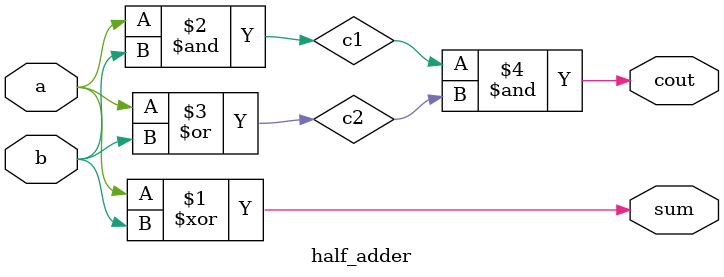
<source format=v>
module half_adder( 
input a, b,
output cout, sum );

wire c1, c2;

// The first XOR gate adds the two bits and produces a sum.
xor( sum, a, b );

// The AND gate produces a carry-out if both inputs are 1.
and( c1, a, b );

// The OR gate produces a carry-out if either input is 1.
or( c2, a, b );

// The AND gate combines the two carry-outs.
and( cout, c1, c2 );

endmodule

</source>
